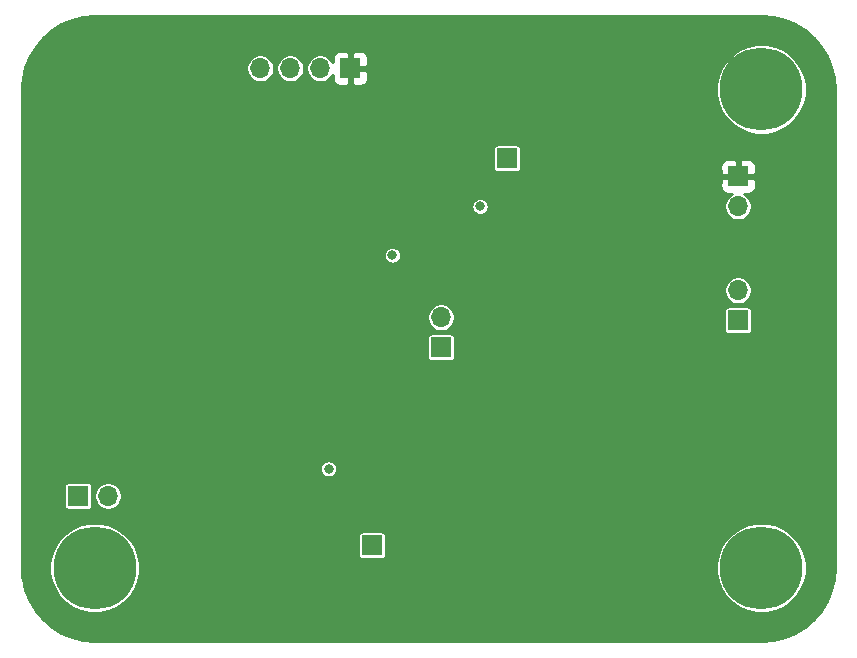
<source format=gbr>
%TF.GenerationSoftware,KiCad,Pcbnew,(5.1.9)-1*%
%TF.CreationDate,2021-07-10T10:06:25-04:00*%
%TF.ProjectId,detector_circuit_LTC6269,64657465-6374-46f7-925f-636972637569,rev?*%
%TF.SameCoordinates,Original*%
%TF.FileFunction,Copper,L2,Inr*%
%TF.FilePolarity,Positive*%
%FSLAX46Y46*%
G04 Gerber Fmt 4.6, Leading zero omitted, Abs format (unit mm)*
G04 Created by KiCad (PCBNEW (5.1.9)-1) date 2021-07-10 10:06:25*
%MOMM*%
%LPD*%
G01*
G04 APERTURE LIST*
%TA.AperFunction,ComponentPad*%
%ADD10C,7.000000*%
%TD*%
%TA.AperFunction,ComponentPad*%
%ADD11O,1.700000X1.700000*%
%TD*%
%TA.AperFunction,ComponentPad*%
%ADD12R,1.700000X1.700000*%
%TD*%
%TA.AperFunction,ViaPad*%
%ADD13C,0.800000*%
%TD*%
%TA.AperFunction,Conductor*%
%ADD14C,0.254000*%
%TD*%
%TA.AperFunction,Conductor*%
%ADD15C,0.100000*%
%TD*%
G04 APERTURE END LIST*
D10*
%TO.N,N/C*%
%TO.C,REF\u002A\u002A*%
X146621500Y-100457000D03*
%TD*%
%TO.N,N/C*%
%TO.C,REF\u002A\u002A*%
X146621500Y-140970000D03*
%TD*%
D11*
%TO.N,/SIPM_OUT*%
%TO.C,J3*%
X104203500Y-98679000D03*
%TO.N,/DET_ADC*%
X106743500Y-98679000D03*
%TO.N,/AMP_OUT*%
X109283500Y-98679000D03*
D12*
%TO.N,GND*%
X111823500Y-98679000D03*
%TD*%
D11*
%TO.N,N/C*%
%TO.C,J2*%
X144653000Y-117475000D03*
D12*
%TO.N,/SIPM_OUT*%
X144653000Y-120015000D03*
%TD*%
D11*
%TO.N,+4.7V*%
%TO.C,J1*%
X144653000Y-110363000D03*
D12*
%TO.N,GND*%
X144653000Y-107823000D03*
%TD*%
D10*
%TO.N,N/C*%
%TO.C,REF\u002A\u002A*%
X90170000Y-140970000D03*
%TD*%
D12*
%TO.N,Net-(C18-Pad2)*%
%TO.C,TP15*%
X113665000Y-139065000D03*
%TD*%
D11*
%TO.N,/AMP_OUT*%
%TO.C,JP1*%
X119507000Y-119761000D03*
D12*
%TO.N,Net-(C36-Pad1)*%
X119507000Y-122301000D03*
%TD*%
%TO.N,/DET_ADC*%
%TO.C,TP1*%
X125095000Y-106299000D03*
%TD*%
D11*
%TO.N,/Filter_IN*%
%TO.C,JP5*%
X91313000Y-134874000D03*
D12*
%TO.N,Net-(C31-Pad1)*%
X88773000Y-134874000D03*
%TD*%
D13*
%TO.N,GND*%
X124460000Y-123190000D03*
X109982000Y-140589000D03*
X100965000Y-140589000D03*
X106426000Y-130810000D03*
X117094000Y-110363000D03*
X127635000Y-123190000D03*
X118618000Y-134239000D03*
X109728000Y-122428000D03*
X112903000Y-122301000D03*
X110109000Y-115570000D03*
X113284000Y-115443000D03*
X119484500Y-115148000D03*
X115452000Y-134357000D03*
X114173000Y-100520500D03*
%TO.N,/AMP_OUT*%
X115379500Y-114490500D03*
%TO.N,+4.7V*%
X109982000Y-132588000D03*
X122809000Y-110363000D03*
%TD*%
D14*
%TO.N,GND*%
X147650585Y-94360540D02*
X148592388Y-94586647D01*
X149487239Y-94957307D01*
X150313075Y-95463379D01*
X151049583Y-96092417D01*
X151678620Y-96828925D01*
X152184694Y-97654764D01*
X152555353Y-98549612D01*
X152781460Y-99491420D01*
X152858001Y-100463963D01*
X152858000Y-140963050D01*
X152781460Y-141935580D01*
X152555353Y-142877388D01*
X152184694Y-143772236D01*
X151678620Y-144598075D01*
X151049583Y-145334583D01*
X150313075Y-145963621D01*
X149487239Y-146469693D01*
X148592388Y-146840353D01*
X147650585Y-147066460D01*
X146678051Y-147143000D01*
X90176950Y-147143000D01*
X89204420Y-147066460D01*
X88262612Y-146840353D01*
X87367764Y-146469694D01*
X86541925Y-145963620D01*
X85805417Y-145334583D01*
X85176379Y-144598075D01*
X84670307Y-143772239D01*
X84299647Y-142877388D01*
X84073540Y-141935585D01*
X84067568Y-141859704D01*
X84066059Y-140593073D01*
X86343000Y-140593073D01*
X86343000Y-141346927D01*
X86490070Y-142086295D01*
X86778557Y-142782764D01*
X87197375Y-143409570D01*
X87730430Y-143942625D01*
X88357236Y-144361443D01*
X89053705Y-144649930D01*
X89793073Y-144797000D01*
X90546927Y-144797000D01*
X91286295Y-144649930D01*
X91982764Y-144361443D01*
X92609570Y-143942625D01*
X93142625Y-143409570D01*
X93561443Y-142782764D01*
X93849930Y-142086295D01*
X93997000Y-141346927D01*
X93997000Y-140593073D01*
X142794500Y-140593073D01*
X142794500Y-141346927D01*
X142941570Y-142086295D01*
X143230057Y-142782764D01*
X143648875Y-143409570D01*
X144181930Y-143942625D01*
X144808736Y-144361443D01*
X145505205Y-144649930D01*
X146244573Y-144797000D01*
X146998427Y-144797000D01*
X147737795Y-144649930D01*
X148434264Y-144361443D01*
X149061070Y-143942625D01*
X149594125Y-143409570D01*
X150012943Y-142782764D01*
X150301430Y-142086295D01*
X150448500Y-141346927D01*
X150448500Y-140593073D01*
X150301430Y-139853705D01*
X150012943Y-139157236D01*
X149594125Y-138530430D01*
X149061070Y-137997375D01*
X148434264Y-137578557D01*
X147737795Y-137290070D01*
X146998427Y-137143000D01*
X146244573Y-137143000D01*
X145505205Y-137290070D01*
X144808736Y-137578557D01*
X144181930Y-137997375D01*
X143648875Y-138530430D01*
X143230057Y-139157236D01*
X142941570Y-139853705D01*
X142794500Y-140593073D01*
X93997000Y-140593073D01*
X93849930Y-139853705D01*
X93561443Y-139157236D01*
X93142625Y-138530430D01*
X92827195Y-138215000D01*
X112486418Y-138215000D01*
X112486418Y-139915000D01*
X112492732Y-139979103D01*
X112511430Y-140040743D01*
X112541794Y-140097550D01*
X112582657Y-140147343D01*
X112632450Y-140188206D01*
X112689257Y-140218570D01*
X112750897Y-140237268D01*
X112815000Y-140243582D01*
X114515000Y-140243582D01*
X114579103Y-140237268D01*
X114640743Y-140218570D01*
X114697550Y-140188206D01*
X114747343Y-140147343D01*
X114788206Y-140097550D01*
X114818570Y-140040743D01*
X114837268Y-139979103D01*
X114843582Y-139915000D01*
X114843582Y-138215000D01*
X114837268Y-138150897D01*
X114818570Y-138089257D01*
X114788206Y-138032450D01*
X114747343Y-137982657D01*
X114697550Y-137941794D01*
X114640743Y-137911430D01*
X114579103Y-137892732D01*
X114515000Y-137886418D01*
X112815000Y-137886418D01*
X112750897Y-137892732D01*
X112689257Y-137911430D01*
X112632450Y-137941794D01*
X112582657Y-137982657D01*
X112541794Y-138032450D01*
X112511430Y-138089257D01*
X112492732Y-138150897D01*
X112486418Y-138215000D01*
X92827195Y-138215000D01*
X92609570Y-137997375D01*
X91982764Y-137578557D01*
X91286295Y-137290070D01*
X90546927Y-137143000D01*
X89793073Y-137143000D01*
X89053705Y-137290070D01*
X88357236Y-137578557D01*
X87730430Y-137997375D01*
X87197375Y-138530430D01*
X86778557Y-139157236D01*
X86490070Y-139853705D01*
X86343000Y-140593073D01*
X84066059Y-140593073D01*
X84058230Y-134024000D01*
X87594418Y-134024000D01*
X87594418Y-135724000D01*
X87600732Y-135788103D01*
X87619430Y-135849743D01*
X87649794Y-135906550D01*
X87690657Y-135956343D01*
X87740450Y-135997206D01*
X87797257Y-136027570D01*
X87858897Y-136046268D01*
X87923000Y-136052582D01*
X89623000Y-136052582D01*
X89687103Y-136046268D01*
X89748743Y-136027570D01*
X89805550Y-135997206D01*
X89855343Y-135956343D01*
X89896206Y-135906550D01*
X89926570Y-135849743D01*
X89945268Y-135788103D01*
X89951582Y-135724000D01*
X89951582Y-134758076D01*
X90136000Y-134758076D01*
X90136000Y-134989924D01*
X90181231Y-135217318D01*
X90269956Y-135431519D01*
X90398764Y-135624294D01*
X90562706Y-135788236D01*
X90755481Y-135917044D01*
X90969682Y-136005769D01*
X91197076Y-136051000D01*
X91428924Y-136051000D01*
X91656318Y-136005769D01*
X91870519Y-135917044D01*
X92063294Y-135788236D01*
X92227236Y-135624294D01*
X92356044Y-135431519D01*
X92444769Y-135217318D01*
X92490000Y-134989924D01*
X92490000Y-134758076D01*
X92444769Y-134530682D01*
X92356044Y-134316481D01*
X92227236Y-134123706D01*
X92063294Y-133959764D01*
X91870519Y-133830956D01*
X91656318Y-133742231D01*
X91428924Y-133697000D01*
X91197076Y-133697000D01*
X90969682Y-133742231D01*
X90755481Y-133830956D01*
X90562706Y-133959764D01*
X90398764Y-134123706D01*
X90269956Y-134316481D01*
X90181231Y-134530682D01*
X90136000Y-134758076D01*
X89951582Y-134758076D01*
X89951582Y-134024000D01*
X89945268Y-133959897D01*
X89926570Y-133898257D01*
X89896206Y-133841450D01*
X89855343Y-133791657D01*
X89805550Y-133750794D01*
X89748743Y-133720430D01*
X89687103Y-133701732D01*
X89623000Y-133695418D01*
X87923000Y-133695418D01*
X87858897Y-133701732D01*
X87797257Y-133720430D01*
X87740450Y-133750794D01*
X87690657Y-133791657D01*
X87649794Y-133841450D01*
X87619430Y-133898257D01*
X87600732Y-133959897D01*
X87594418Y-134024000D01*
X84058230Y-134024000D01*
X84056433Y-132516397D01*
X109255000Y-132516397D01*
X109255000Y-132659603D01*
X109282938Y-132800058D01*
X109337741Y-132932364D01*
X109417302Y-133051436D01*
X109518564Y-133152698D01*
X109637636Y-133232259D01*
X109769942Y-133287062D01*
X109910397Y-133315000D01*
X110053603Y-133315000D01*
X110194058Y-133287062D01*
X110326364Y-133232259D01*
X110445436Y-133152698D01*
X110546698Y-133051436D01*
X110626259Y-132932364D01*
X110681062Y-132800058D01*
X110709000Y-132659603D01*
X110709000Y-132516397D01*
X110681062Y-132375942D01*
X110626259Y-132243636D01*
X110546698Y-132124564D01*
X110445436Y-132023302D01*
X110326364Y-131943741D01*
X110194058Y-131888938D01*
X110053603Y-131861000D01*
X109910397Y-131861000D01*
X109769942Y-131888938D01*
X109637636Y-131943741D01*
X109518564Y-132023302D01*
X109417302Y-132124564D01*
X109337741Y-132243636D01*
X109282938Y-132375942D01*
X109255000Y-132516397D01*
X84056433Y-132516397D01*
X84043244Y-121451000D01*
X118328418Y-121451000D01*
X118328418Y-123151000D01*
X118334732Y-123215103D01*
X118353430Y-123276743D01*
X118383794Y-123333550D01*
X118424657Y-123383343D01*
X118474450Y-123424206D01*
X118531257Y-123454570D01*
X118592897Y-123473268D01*
X118657000Y-123479582D01*
X120357000Y-123479582D01*
X120421103Y-123473268D01*
X120482743Y-123454570D01*
X120539550Y-123424206D01*
X120589343Y-123383343D01*
X120630206Y-123333550D01*
X120660570Y-123276743D01*
X120679268Y-123215103D01*
X120685582Y-123151000D01*
X120685582Y-121451000D01*
X120679268Y-121386897D01*
X120660570Y-121325257D01*
X120630206Y-121268450D01*
X120589343Y-121218657D01*
X120539550Y-121177794D01*
X120482743Y-121147430D01*
X120421103Y-121128732D01*
X120357000Y-121122418D01*
X118657000Y-121122418D01*
X118592897Y-121128732D01*
X118531257Y-121147430D01*
X118474450Y-121177794D01*
X118424657Y-121218657D01*
X118383794Y-121268450D01*
X118353430Y-121325257D01*
X118334732Y-121386897D01*
X118328418Y-121451000D01*
X84043244Y-121451000D01*
X84041092Y-119645076D01*
X118330000Y-119645076D01*
X118330000Y-119876924D01*
X118375231Y-120104318D01*
X118463956Y-120318519D01*
X118592764Y-120511294D01*
X118756706Y-120675236D01*
X118949481Y-120804044D01*
X119163682Y-120892769D01*
X119391076Y-120938000D01*
X119622924Y-120938000D01*
X119850318Y-120892769D01*
X120064519Y-120804044D01*
X120257294Y-120675236D01*
X120421236Y-120511294D01*
X120550044Y-120318519D01*
X120638769Y-120104318D01*
X120684000Y-119876924D01*
X120684000Y-119645076D01*
X120638769Y-119417682D01*
X120550044Y-119203481D01*
X120524332Y-119165000D01*
X143474418Y-119165000D01*
X143474418Y-120865000D01*
X143480732Y-120929103D01*
X143499430Y-120990743D01*
X143529794Y-121047550D01*
X143570657Y-121097343D01*
X143620450Y-121138206D01*
X143677257Y-121168570D01*
X143738897Y-121187268D01*
X143803000Y-121193582D01*
X145503000Y-121193582D01*
X145567103Y-121187268D01*
X145628743Y-121168570D01*
X145685550Y-121138206D01*
X145735343Y-121097343D01*
X145776206Y-121047550D01*
X145806570Y-120990743D01*
X145825268Y-120929103D01*
X145831582Y-120865000D01*
X145831582Y-119165000D01*
X145825268Y-119100897D01*
X145806570Y-119039257D01*
X145776206Y-118982450D01*
X145735343Y-118932657D01*
X145685550Y-118891794D01*
X145628743Y-118861430D01*
X145567103Y-118842732D01*
X145503000Y-118836418D01*
X143803000Y-118836418D01*
X143738897Y-118842732D01*
X143677257Y-118861430D01*
X143620450Y-118891794D01*
X143570657Y-118932657D01*
X143529794Y-118982450D01*
X143499430Y-119039257D01*
X143480732Y-119100897D01*
X143474418Y-119165000D01*
X120524332Y-119165000D01*
X120421236Y-119010706D01*
X120257294Y-118846764D01*
X120064519Y-118717956D01*
X119850318Y-118629231D01*
X119622924Y-118584000D01*
X119391076Y-118584000D01*
X119163682Y-118629231D01*
X118949481Y-118717956D01*
X118756706Y-118846764D01*
X118592764Y-119010706D01*
X118463956Y-119203481D01*
X118375231Y-119417682D01*
X118330000Y-119645076D01*
X84041092Y-119645076D01*
X84038367Y-117359076D01*
X143476000Y-117359076D01*
X143476000Y-117590924D01*
X143521231Y-117818318D01*
X143609956Y-118032519D01*
X143738764Y-118225294D01*
X143902706Y-118389236D01*
X144095481Y-118518044D01*
X144309682Y-118606769D01*
X144537076Y-118652000D01*
X144768924Y-118652000D01*
X144996318Y-118606769D01*
X145210519Y-118518044D01*
X145403294Y-118389236D01*
X145567236Y-118225294D01*
X145696044Y-118032519D01*
X145784769Y-117818318D01*
X145830000Y-117590924D01*
X145830000Y-117359076D01*
X145784769Y-117131682D01*
X145696044Y-116917481D01*
X145567236Y-116724706D01*
X145403294Y-116560764D01*
X145210519Y-116431956D01*
X144996318Y-116343231D01*
X144768924Y-116298000D01*
X144537076Y-116298000D01*
X144309682Y-116343231D01*
X144095481Y-116431956D01*
X143902706Y-116560764D01*
X143738764Y-116724706D01*
X143609956Y-116917481D01*
X143521231Y-117131682D01*
X143476000Y-117359076D01*
X84038367Y-117359076D01*
X84034862Y-114418897D01*
X114652500Y-114418897D01*
X114652500Y-114562103D01*
X114680438Y-114702558D01*
X114735241Y-114834864D01*
X114814802Y-114953936D01*
X114916064Y-115055198D01*
X115035136Y-115134759D01*
X115167442Y-115189562D01*
X115307897Y-115217500D01*
X115451103Y-115217500D01*
X115591558Y-115189562D01*
X115723864Y-115134759D01*
X115842936Y-115055198D01*
X115944198Y-114953936D01*
X116023759Y-114834864D01*
X116078562Y-114702558D01*
X116106500Y-114562103D01*
X116106500Y-114418897D01*
X116078562Y-114278442D01*
X116023759Y-114146136D01*
X115944198Y-114027064D01*
X115842936Y-113925802D01*
X115723864Y-113846241D01*
X115591558Y-113791438D01*
X115451103Y-113763500D01*
X115307897Y-113763500D01*
X115167442Y-113791438D01*
X115035136Y-113846241D01*
X114916064Y-113925802D01*
X114814802Y-114027064D01*
X114735241Y-114146136D01*
X114680438Y-114278442D01*
X114652500Y-114418897D01*
X84034862Y-114418897D01*
X84029943Y-110291397D01*
X122082000Y-110291397D01*
X122082000Y-110434603D01*
X122109938Y-110575058D01*
X122164741Y-110707364D01*
X122244302Y-110826436D01*
X122345564Y-110927698D01*
X122464636Y-111007259D01*
X122596942Y-111062062D01*
X122737397Y-111090000D01*
X122880603Y-111090000D01*
X123021058Y-111062062D01*
X123153364Y-111007259D01*
X123272436Y-110927698D01*
X123373698Y-110826436D01*
X123453259Y-110707364D01*
X123508062Y-110575058D01*
X123536000Y-110434603D01*
X123536000Y-110291397D01*
X123508062Y-110150942D01*
X123453259Y-110018636D01*
X123373698Y-109899564D01*
X123272436Y-109798302D01*
X123153364Y-109718741D01*
X123021058Y-109663938D01*
X122880603Y-109636000D01*
X122737397Y-109636000D01*
X122596942Y-109663938D01*
X122464636Y-109718741D01*
X122345564Y-109798302D01*
X122244302Y-109899564D01*
X122164741Y-110018636D01*
X122109938Y-110150942D01*
X122082000Y-110291397D01*
X84029943Y-110291397D01*
X84028014Y-108673000D01*
X143164928Y-108673000D01*
X143177188Y-108797482D01*
X143213498Y-108917180D01*
X143272463Y-109027494D01*
X143351815Y-109124185D01*
X143448506Y-109203537D01*
X143558820Y-109262502D01*
X143678518Y-109298812D01*
X143803000Y-109311072D01*
X144121110Y-109309340D01*
X144095481Y-109319956D01*
X143902706Y-109448764D01*
X143738764Y-109612706D01*
X143609956Y-109805481D01*
X143521231Y-110019682D01*
X143476000Y-110247076D01*
X143476000Y-110478924D01*
X143521231Y-110706318D01*
X143609956Y-110920519D01*
X143738764Y-111113294D01*
X143902706Y-111277236D01*
X144095481Y-111406044D01*
X144309682Y-111494769D01*
X144537076Y-111540000D01*
X144768924Y-111540000D01*
X144996318Y-111494769D01*
X145210519Y-111406044D01*
X145403294Y-111277236D01*
X145567236Y-111113294D01*
X145696044Y-110920519D01*
X145784769Y-110706318D01*
X145830000Y-110478924D01*
X145830000Y-110247076D01*
X145784769Y-110019682D01*
X145696044Y-109805481D01*
X145567236Y-109612706D01*
X145403294Y-109448764D01*
X145210519Y-109319956D01*
X145184890Y-109309340D01*
X145503000Y-109311072D01*
X145627482Y-109298812D01*
X145747180Y-109262502D01*
X145857494Y-109203537D01*
X145954185Y-109124185D01*
X146033537Y-109027494D01*
X146092502Y-108917180D01*
X146128812Y-108797482D01*
X146141072Y-108673000D01*
X146138000Y-108108750D01*
X145979250Y-107950000D01*
X144780000Y-107950000D01*
X144780000Y-107970000D01*
X144526000Y-107970000D01*
X144526000Y-107950000D01*
X143326750Y-107950000D01*
X143168000Y-108108750D01*
X143164928Y-108673000D01*
X84028014Y-108673000D01*
X84024171Y-105449000D01*
X123916418Y-105449000D01*
X123916418Y-107149000D01*
X123922732Y-107213103D01*
X123941430Y-107274743D01*
X123971794Y-107331550D01*
X124012657Y-107381343D01*
X124062450Y-107422206D01*
X124119257Y-107452570D01*
X124180897Y-107471268D01*
X124245000Y-107477582D01*
X125945000Y-107477582D01*
X126009103Y-107471268D01*
X126070743Y-107452570D01*
X126127550Y-107422206D01*
X126177343Y-107381343D01*
X126218206Y-107331550D01*
X126248570Y-107274743D01*
X126267268Y-107213103D01*
X126273582Y-107149000D01*
X126273582Y-106973000D01*
X143164928Y-106973000D01*
X143168000Y-107537250D01*
X143326750Y-107696000D01*
X144526000Y-107696000D01*
X144526000Y-106496750D01*
X144780000Y-106496750D01*
X144780000Y-107696000D01*
X145979250Y-107696000D01*
X146138000Y-107537250D01*
X146141072Y-106973000D01*
X146128812Y-106848518D01*
X146092502Y-106728820D01*
X146033537Y-106618506D01*
X145954185Y-106521815D01*
X145857494Y-106442463D01*
X145747180Y-106383498D01*
X145627482Y-106347188D01*
X145503000Y-106334928D01*
X144938750Y-106338000D01*
X144780000Y-106496750D01*
X144526000Y-106496750D01*
X144367250Y-106338000D01*
X143803000Y-106334928D01*
X143678518Y-106347188D01*
X143558820Y-106383498D01*
X143448506Y-106442463D01*
X143351815Y-106521815D01*
X143272463Y-106618506D01*
X143213498Y-106728820D01*
X143177188Y-106848518D01*
X143164928Y-106973000D01*
X126273582Y-106973000D01*
X126273582Y-105449000D01*
X126267268Y-105384897D01*
X126248570Y-105323257D01*
X126218206Y-105266450D01*
X126177343Y-105216657D01*
X126127550Y-105175794D01*
X126070743Y-105145430D01*
X126009103Y-105126732D01*
X125945000Y-105120418D01*
X124245000Y-105120418D01*
X124180897Y-105126732D01*
X124119257Y-105145430D01*
X124062450Y-105175794D01*
X124012657Y-105216657D01*
X123971794Y-105266450D01*
X123941430Y-105323257D01*
X123922732Y-105384897D01*
X123916418Y-105449000D01*
X84024171Y-105449000D01*
X84017911Y-100198248D01*
X84073540Y-99491415D01*
X84296414Y-98563076D01*
X103026500Y-98563076D01*
X103026500Y-98794924D01*
X103071731Y-99022318D01*
X103160456Y-99236519D01*
X103289264Y-99429294D01*
X103453206Y-99593236D01*
X103645981Y-99722044D01*
X103860182Y-99810769D01*
X104087576Y-99856000D01*
X104319424Y-99856000D01*
X104546818Y-99810769D01*
X104761019Y-99722044D01*
X104953794Y-99593236D01*
X105117736Y-99429294D01*
X105246544Y-99236519D01*
X105335269Y-99022318D01*
X105380500Y-98794924D01*
X105380500Y-98563076D01*
X105566500Y-98563076D01*
X105566500Y-98794924D01*
X105611731Y-99022318D01*
X105700456Y-99236519D01*
X105829264Y-99429294D01*
X105993206Y-99593236D01*
X106185981Y-99722044D01*
X106400182Y-99810769D01*
X106627576Y-99856000D01*
X106859424Y-99856000D01*
X107086818Y-99810769D01*
X107301019Y-99722044D01*
X107493794Y-99593236D01*
X107657736Y-99429294D01*
X107786544Y-99236519D01*
X107875269Y-99022318D01*
X107920500Y-98794924D01*
X107920500Y-98563076D01*
X108106500Y-98563076D01*
X108106500Y-98794924D01*
X108151731Y-99022318D01*
X108240456Y-99236519D01*
X108369264Y-99429294D01*
X108533206Y-99593236D01*
X108725981Y-99722044D01*
X108940182Y-99810769D01*
X109167576Y-99856000D01*
X109399424Y-99856000D01*
X109626818Y-99810769D01*
X109841019Y-99722044D01*
X110033794Y-99593236D01*
X110197736Y-99429294D01*
X110326544Y-99236519D01*
X110337160Y-99210890D01*
X110335428Y-99529000D01*
X110347688Y-99653482D01*
X110383998Y-99773180D01*
X110442963Y-99883494D01*
X110522315Y-99980185D01*
X110619006Y-100059537D01*
X110729320Y-100118502D01*
X110849018Y-100154812D01*
X110973500Y-100167072D01*
X111537750Y-100164000D01*
X111696500Y-100005250D01*
X111696500Y-98806000D01*
X111950500Y-98806000D01*
X111950500Y-100005250D01*
X112109250Y-100164000D01*
X112673500Y-100167072D01*
X112797982Y-100154812D01*
X112917680Y-100118502D01*
X112989574Y-100080073D01*
X142794500Y-100080073D01*
X142794500Y-100833927D01*
X142941570Y-101573295D01*
X143230057Y-102269764D01*
X143648875Y-102896570D01*
X144181930Y-103429625D01*
X144808736Y-103848443D01*
X145505205Y-104136930D01*
X146244573Y-104284000D01*
X146998427Y-104284000D01*
X147737795Y-104136930D01*
X148434264Y-103848443D01*
X149061070Y-103429625D01*
X149594125Y-102896570D01*
X150012943Y-102269764D01*
X150301430Y-101573295D01*
X150448500Y-100833927D01*
X150448500Y-100080073D01*
X150301430Y-99340705D01*
X150012943Y-98644236D01*
X149594125Y-98017430D01*
X149061070Y-97484375D01*
X148434264Y-97065557D01*
X147737795Y-96777070D01*
X146998427Y-96630000D01*
X146244573Y-96630000D01*
X145505205Y-96777070D01*
X144808736Y-97065557D01*
X144181930Y-97484375D01*
X143648875Y-98017430D01*
X143230057Y-98644236D01*
X142941570Y-99340705D01*
X142794500Y-100080073D01*
X112989574Y-100080073D01*
X113027994Y-100059537D01*
X113124685Y-99980185D01*
X113204037Y-99883494D01*
X113263002Y-99773180D01*
X113299312Y-99653482D01*
X113311572Y-99529000D01*
X113308500Y-98964750D01*
X113149750Y-98806000D01*
X111950500Y-98806000D01*
X111696500Y-98806000D01*
X111676500Y-98806000D01*
X111676500Y-98552000D01*
X111696500Y-98552000D01*
X111696500Y-97352750D01*
X111950500Y-97352750D01*
X111950500Y-98552000D01*
X113149750Y-98552000D01*
X113308500Y-98393250D01*
X113311572Y-97829000D01*
X113299312Y-97704518D01*
X113263002Y-97584820D01*
X113204037Y-97474506D01*
X113124685Y-97377815D01*
X113027994Y-97298463D01*
X112917680Y-97239498D01*
X112797982Y-97203188D01*
X112673500Y-97190928D01*
X112109250Y-97194000D01*
X111950500Y-97352750D01*
X111696500Y-97352750D01*
X111537750Y-97194000D01*
X110973500Y-97190928D01*
X110849018Y-97203188D01*
X110729320Y-97239498D01*
X110619006Y-97298463D01*
X110522315Y-97377815D01*
X110442963Y-97474506D01*
X110383998Y-97584820D01*
X110347688Y-97704518D01*
X110335428Y-97829000D01*
X110337160Y-98147110D01*
X110326544Y-98121481D01*
X110197736Y-97928706D01*
X110033794Y-97764764D01*
X109841019Y-97635956D01*
X109626818Y-97547231D01*
X109399424Y-97502000D01*
X109167576Y-97502000D01*
X108940182Y-97547231D01*
X108725981Y-97635956D01*
X108533206Y-97764764D01*
X108369264Y-97928706D01*
X108240456Y-98121481D01*
X108151731Y-98335682D01*
X108106500Y-98563076D01*
X107920500Y-98563076D01*
X107875269Y-98335682D01*
X107786544Y-98121481D01*
X107657736Y-97928706D01*
X107493794Y-97764764D01*
X107301019Y-97635956D01*
X107086818Y-97547231D01*
X106859424Y-97502000D01*
X106627576Y-97502000D01*
X106400182Y-97547231D01*
X106185981Y-97635956D01*
X105993206Y-97764764D01*
X105829264Y-97928706D01*
X105700456Y-98121481D01*
X105611731Y-98335682D01*
X105566500Y-98563076D01*
X105380500Y-98563076D01*
X105335269Y-98335682D01*
X105246544Y-98121481D01*
X105117736Y-97928706D01*
X104953794Y-97764764D01*
X104761019Y-97635956D01*
X104546818Y-97547231D01*
X104319424Y-97502000D01*
X104087576Y-97502000D01*
X103860182Y-97547231D01*
X103645981Y-97635956D01*
X103453206Y-97764764D01*
X103289264Y-97928706D01*
X103160456Y-98121481D01*
X103071731Y-98335682D01*
X103026500Y-98563076D01*
X84296414Y-98563076D01*
X84299647Y-98549612D01*
X84670307Y-97654761D01*
X85176379Y-96828925D01*
X85805417Y-96092417D01*
X86541925Y-95463380D01*
X87367764Y-94957306D01*
X88262612Y-94586647D01*
X89204420Y-94360540D01*
X90176950Y-94284000D01*
X146678051Y-94284000D01*
X147650585Y-94360540D01*
%TA.AperFunction,Conductor*%
D15*
G36*
X147650585Y-94360540D02*
G01*
X148592388Y-94586647D01*
X149487239Y-94957307D01*
X150313075Y-95463379D01*
X151049583Y-96092417D01*
X151678620Y-96828925D01*
X152184694Y-97654764D01*
X152555353Y-98549612D01*
X152781460Y-99491420D01*
X152858001Y-100463963D01*
X152858000Y-140963050D01*
X152781460Y-141935580D01*
X152555353Y-142877388D01*
X152184694Y-143772236D01*
X151678620Y-144598075D01*
X151049583Y-145334583D01*
X150313075Y-145963621D01*
X149487239Y-146469693D01*
X148592388Y-146840353D01*
X147650585Y-147066460D01*
X146678051Y-147143000D01*
X90176950Y-147143000D01*
X89204420Y-147066460D01*
X88262612Y-146840353D01*
X87367764Y-146469694D01*
X86541925Y-145963620D01*
X85805417Y-145334583D01*
X85176379Y-144598075D01*
X84670307Y-143772239D01*
X84299647Y-142877388D01*
X84073540Y-141935585D01*
X84067568Y-141859704D01*
X84066059Y-140593073D01*
X86343000Y-140593073D01*
X86343000Y-141346927D01*
X86490070Y-142086295D01*
X86778557Y-142782764D01*
X87197375Y-143409570D01*
X87730430Y-143942625D01*
X88357236Y-144361443D01*
X89053705Y-144649930D01*
X89793073Y-144797000D01*
X90546927Y-144797000D01*
X91286295Y-144649930D01*
X91982764Y-144361443D01*
X92609570Y-143942625D01*
X93142625Y-143409570D01*
X93561443Y-142782764D01*
X93849930Y-142086295D01*
X93997000Y-141346927D01*
X93997000Y-140593073D01*
X142794500Y-140593073D01*
X142794500Y-141346927D01*
X142941570Y-142086295D01*
X143230057Y-142782764D01*
X143648875Y-143409570D01*
X144181930Y-143942625D01*
X144808736Y-144361443D01*
X145505205Y-144649930D01*
X146244573Y-144797000D01*
X146998427Y-144797000D01*
X147737795Y-144649930D01*
X148434264Y-144361443D01*
X149061070Y-143942625D01*
X149594125Y-143409570D01*
X150012943Y-142782764D01*
X150301430Y-142086295D01*
X150448500Y-141346927D01*
X150448500Y-140593073D01*
X150301430Y-139853705D01*
X150012943Y-139157236D01*
X149594125Y-138530430D01*
X149061070Y-137997375D01*
X148434264Y-137578557D01*
X147737795Y-137290070D01*
X146998427Y-137143000D01*
X146244573Y-137143000D01*
X145505205Y-137290070D01*
X144808736Y-137578557D01*
X144181930Y-137997375D01*
X143648875Y-138530430D01*
X143230057Y-139157236D01*
X142941570Y-139853705D01*
X142794500Y-140593073D01*
X93997000Y-140593073D01*
X93849930Y-139853705D01*
X93561443Y-139157236D01*
X93142625Y-138530430D01*
X92827195Y-138215000D01*
X112486418Y-138215000D01*
X112486418Y-139915000D01*
X112492732Y-139979103D01*
X112511430Y-140040743D01*
X112541794Y-140097550D01*
X112582657Y-140147343D01*
X112632450Y-140188206D01*
X112689257Y-140218570D01*
X112750897Y-140237268D01*
X112815000Y-140243582D01*
X114515000Y-140243582D01*
X114579103Y-140237268D01*
X114640743Y-140218570D01*
X114697550Y-140188206D01*
X114747343Y-140147343D01*
X114788206Y-140097550D01*
X114818570Y-140040743D01*
X114837268Y-139979103D01*
X114843582Y-139915000D01*
X114843582Y-138215000D01*
X114837268Y-138150897D01*
X114818570Y-138089257D01*
X114788206Y-138032450D01*
X114747343Y-137982657D01*
X114697550Y-137941794D01*
X114640743Y-137911430D01*
X114579103Y-137892732D01*
X114515000Y-137886418D01*
X112815000Y-137886418D01*
X112750897Y-137892732D01*
X112689257Y-137911430D01*
X112632450Y-137941794D01*
X112582657Y-137982657D01*
X112541794Y-138032450D01*
X112511430Y-138089257D01*
X112492732Y-138150897D01*
X112486418Y-138215000D01*
X92827195Y-138215000D01*
X92609570Y-137997375D01*
X91982764Y-137578557D01*
X91286295Y-137290070D01*
X90546927Y-137143000D01*
X89793073Y-137143000D01*
X89053705Y-137290070D01*
X88357236Y-137578557D01*
X87730430Y-137997375D01*
X87197375Y-138530430D01*
X86778557Y-139157236D01*
X86490070Y-139853705D01*
X86343000Y-140593073D01*
X84066059Y-140593073D01*
X84058230Y-134024000D01*
X87594418Y-134024000D01*
X87594418Y-135724000D01*
X87600732Y-135788103D01*
X87619430Y-135849743D01*
X87649794Y-135906550D01*
X87690657Y-135956343D01*
X87740450Y-135997206D01*
X87797257Y-136027570D01*
X87858897Y-136046268D01*
X87923000Y-136052582D01*
X89623000Y-136052582D01*
X89687103Y-136046268D01*
X89748743Y-136027570D01*
X89805550Y-135997206D01*
X89855343Y-135956343D01*
X89896206Y-135906550D01*
X89926570Y-135849743D01*
X89945268Y-135788103D01*
X89951582Y-135724000D01*
X89951582Y-134758076D01*
X90136000Y-134758076D01*
X90136000Y-134989924D01*
X90181231Y-135217318D01*
X90269956Y-135431519D01*
X90398764Y-135624294D01*
X90562706Y-135788236D01*
X90755481Y-135917044D01*
X90969682Y-136005769D01*
X91197076Y-136051000D01*
X91428924Y-136051000D01*
X91656318Y-136005769D01*
X91870519Y-135917044D01*
X92063294Y-135788236D01*
X92227236Y-135624294D01*
X92356044Y-135431519D01*
X92444769Y-135217318D01*
X92490000Y-134989924D01*
X92490000Y-134758076D01*
X92444769Y-134530682D01*
X92356044Y-134316481D01*
X92227236Y-134123706D01*
X92063294Y-133959764D01*
X91870519Y-133830956D01*
X91656318Y-133742231D01*
X91428924Y-133697000D01*
X91197076Y-133697000D01*
X90969682Y-133742231D01*
X90755481Y-133830956D01*
X90562706Y-133959764D01*
X90398764Y-134123706D01*
X90269956Y-134316481D01*
X90181231Y-134530682D01*
X90136000Y-134758076D01*
X89951582Y-134758076D01*
X89951582Y-134024000D01*
X89945268Y-133959897D01*
X89926570Y-133898257D01*
X89896206Y-133841450D01*
X89855343Y-133791657D01*
X89805550Y-133750794D01*
X89748743Y-133720430D01*
X89687103Y-133701732D01*
X89623000Y-133695418D01*
X87923000Y-133695418D01*
X87858897Y-133701732D01*
X87797257Y-133720430D01*
X87740450Y-133750794D01*
X87690657Y-133791657D01*
X87649794Y-133841450D01*
X87619430Y-133898257D01*
X87600732Y-133959897D01*
X87594418Y-134024000D01*
X84058230Y-134024000D01*
X84056433Y-132516397D01*
X109255000Y-132516397D01*
X109255000Y-132659603D01*
X109282938Y-132800058D01*
X109337741Y-132932364D01*
X109417302Y-133051436D01*
X109518564Y-133152698D01*
X109637636Y-133232259D01*
X109769942Y-133287062D01*
X109910397Y-133315000D01*
X110053603Y-133315000D01*
X110194058Y-133287062D01*
X110326364Y-133232259D01*
X110445436Y-133152698D01*
X110546698Y-133051436D01*
X110626259Y-132932364D01*
X110681062Y-132800058D01*
X110709000Y-132659603D01*
X110709000Y-132516397D01*
X110681062Y-132375942D01*
X110626259Y-132243636D01*
X110546698Y-132124564D01*
X110445436Y-132023302D01*
X110326364Y-131943741D01*
X110194058Y-131888938D01*
X110053603Y-131861000D01*
X109910397Y-131861000D01*
X109769942Y-131888938D01*
X109637636Y-131943741D01*
X109518564Y-132023302D01*
X109417302Y-132124564D01*
X109337741Y-132243636D01*
X109282938Y-132375942D01*
X109255000Y-132516397D01*
X84056433Y-132516397D01*
X84043244Y-121451000D01*
X118328418Y-121451000D01*
X118328418Y-123151000D01*
X118334732Y-123215103D01*
X118353430Y-123276743D01*
X118383794Y-123333550D01*
X118424657Y-123383343D01*
X118474450Y-123424206D01*
X118531257Y-123454570D01*
X118592897Y-123473268D01*
X118657000Y-123479582D01*
X120357000Y-123479582D01*
X120421103Y-123473268D01*
X120482743Y-123454570D01*
X120539550Y-123424206D01*
X120589343Y-123383343D01*
X120630206Y-123333550D01*
X120660570Y-123276743D01*
X120679268Y-123215103D01*
X120685582Y-123151000D01*
X120685582Y-121451000D01*
X120679268Y-121386897D01*
X120660570Y-121325257D01*
X120630206Y-121268450D01*
X120589343Y-121218657D01*
X120539550Y-121177794D01*
X120482743Y-121147430D01*
X120421103Y-121128732D01*
X120357000Y-121122418D01*
X118657000Y-121122418D01*
X118592897Y-121128732D01*
X118531257Y-121147430D01*
X118474450Y-121177794D01*
X118424657Y-121218657D01*
X118383794Y-121268450D01*
X118353430Y-121325257D01*
X118334732Y-121386897D01*
X118328418Y-121451000D01*
X84043244Y-121451000D01*
X84041092Y-119645076D01*
X118330000Y-119645076D01*
X118330000Y-119876924D01*
X118375231Y-120104318D01*
X118463956Y-120318519D01*
X118592764Y-120511294D01*
X118756706Y-120675236D01*
X118949481Y-120804044D01*
X119163682Y-120892769D01*
X119391076Y-120938000D01*
X119622924Y-120938000D01*
X119850318Y-120892769D01*
X120064519Y-120804044D01*
X120257294Y-120675236D01*
X120421236Y-120511294D01*
X120550044Y-120318519D01*
X120638769Y-120104318D01*
X120684000Y-119876924D01*
X120684000Y-119645076D01*
X120638769Y-119417682D01*
X120550044Y-119203481D01*
X120524332Y-119165000D01*
X143474418Y-119165000D01*
X143474418Y-120865000D01*
X143480732Y-120929103D01*
X143499430Y-120990743D01*
X143529794Y-121047550D01*
X143570657Y-121097343D01*
X143620450Y-121138206D01*
X143677257Y-121168570D01*
X143738897Y-121187268D01*
X143803000Y-121193582D01*
X145503000Y-121193582D01*
X145567103Y-121187268D01*
X145628743Y-121168570D01*
X145685550Y-121138206D01*
X145735343Y-121097343D01*
X145776206Y-121047550D01*
X145806570Y-120990743D01*
X145825268Y-120929103D01*
X145831582Y-120865000D01*
X145831582Y-119165000D01*
X145825268Y-119100897D01*
X145806570Y-119039257D01*
X145776206Y-118982450D01*
X145735343Y-118932657D01*
X145685550Y-118891794D01*
X145628743Y-118861430D01*
X145567103Y-118842732D01*
X145503000Y-118836418D01*
X143803000Y-118836418D01*
X143738897Y-118842732D01*
X143677257Y-118861430D01*
X143620450Y-118891794D01*
X143570657Y-118932657D01*
X143529794Y-118982450D01*
X143499430Y-119039257D01*
X143480732Y-119100897D01*
X143474418Y-119165000D01*
X120524332Y-119165000D01*
X120421236Y-119010706D01*
X120257294Y-118846764D01*
X120064519Y-118717956D01*
X119850318Y-118629231D01*
X119622924Y-118584000D01*
X119391076Y-118584000D01*
X119163682Y-118629231D01*
X118949481Y-118717956D01*
X118756706Y-118846764D01*
X118592764Y-119010706D01*
X118463956Y-119203481D01*
X118375231Y-119417682D01*
X118330000Y-119645076D01*
X84041092Y-119645076D01*
X84038367Y-117359076D01*
X143476000Y-117359076D01*
X143476000Y-117590924D01*
X143521231Y-117818318D01*
X143609956Y-118032519D01*
X143738764Y-118225294D01*
X143902706Y-118389236D01*
X144095481Y-118518044D01*
X144309682Y-118606769D01*
X144537076Y-118652000D01*
X144768924Y-118652000D01*
X144996318Y-118606769D01*
X145210519Y-118518044D01*
X145403294Y-118389236D01*
X145567236Y-118225294D01*
X145696044Y-118032519D01*
X145784769Y-117818318D01*
X145830000Y-117590924D01*
X145830000Y-117359076D01*
X145784769Y-117131682D01*
X145696044Y-116917481D01*
X145567236Y-116724706D01*
X145403294Y-116560764D01*
X145210519Y-116431956D01*
X144996318Y-116343231D01*
X144768924Y-116298000D01*
X144537076Y-116298000D01*
X144309682Y-116343231D01*
X144095481Y-116431956D01*
X143902706Y-116560764D01*
X143738764Y-116724706D01*
X143609956Y-116917481D01*
X143521231Y-117131682D01*
X143476000Y-117359076D01*
X84038367Y-117359076D01*
X84034862Y-114418897D01*
X114652500Y-114418897D01*
X114652500Y-114562103D01*
X114680438Y-114702558D01*
X114735241Y-114834864D01*
X114814802Y-114953936D01*
X114916064Y-115055198D01*
X115035136Y-115134759D01*
X115167442Y-115189562D01*
X115307897Y-115217500D01*
X115451103Y-115217500D01*
X115591558Y-115189562D01*
X115723864Y-115134759D01*
X115842936Y-115055198D01*
X115944198Y-114953936D01*
X116023759Y-114834864D01*
X116078562Y-114702558D01*
X116106500Y-114562103D01*
X116106500Y-114418897D01*
X116078562Y-114278442D01*
X116023759Y-114146136D01*
X115944198Y-114027064D01*
X115842936Y-113925802D01*
X115723864Y-113846241D01*
X115591558Y-113791438D01*
X115451103Y-113763500D01*
X115307897Y-113763500D01*
X115167442Y-113791438D01*
X115035136Y-113846241D01*
X114916064Y-113925802D01*
X114814802Y-114027064D01*
X114735241Y-114146136D01*
X114680438Y-114278442D01*
X114652500Y-114418897D01*
X84034862Y-114418897D01*
X84029943Y-110291397D01*
X122082000Y-110291397D01*
X122082000Y-110434603D01*
X122109938Y-110575058D01*
X122164741Y-110707364D01*
X122244302Y-110826436D01*
X122345564Y-110927698D01*
X122464636Y-111007259D01*
X122596942Y-111062062D01*
X122737397Y-111090000D01*
X122880603Y-111090000D01*
X123021058Y-111062062D01*
X123153364Y-111007259D01*
X123272436Y-110927698D01*
X123373698Y-110826436D01*
X123453259Y-110707364D01*
X123508062Y-110575058D01*
X123536000Y-110434603D01*
X123536000Y-110291397D01*
X123508062Y-110150942D01*
X123453259Y-110018636D01*
X123373698Y-109899564D01*
X123272436Y-109798302D01*
X123153364Y-109718741D01*
X123021058Y-109663938D01*
X122880603Y-109636000D01*
X122737397Y-109636000D01*
X122596942Y-109663938D01*
X122464636Y-109718741D01*
X122345564Y-109798302D01*
X122244302Y-109899564D01*
X122164741Y-110018636D01*
X122109938Y-110150942D01*
X122082000Y-110291397D01*
X84029943Y-110291397D01*
X84028014Y-108673000D01*
X143164928Y-108673000D01*
X143177188Y-108797482D01*
X143213498Y-108917180D01*
X143272463Y-109027494D01*
X143351815Y-109124185D01*
X143448506Y-109203537D01*
X143558820Y-109262502D01*
X143678518Y-109298812D01*
X143803000Y-109311072D01*
X144121110Y-109309340D01*
X144095481Y-109319956D01*
X143902706Y-109448764D01*
X143738764Y-109612706D01*
X143609956Y-109805481D01*
X143521231Y-110019682D01*
X143476000Y-110247076D01*
X143476000Y-110478924D01*
X143521231Y-110706318D01*
X143609956Y-110920519D01*
X143738764Y-111113294D01*
X143902706Y-111277236D01*
X144095481Y-111406044D01*
X144309682Y-111494769D01*
X144537076Y-111540000D01*
X144768924Y-111540000D01*
X144996318Y-111494769D01*
X145210519Y-111406044D01*
X145403294Y-111277236D01*
X145567236Y-111113294D01*
X145696044Y-110920519D01*
X145784769Y-110706318D01*
X145830000Y-110478924D01*
X145830000Y-110247076D01*
X145784769Y-110019682D01*
X145696044Y-109805481D01*
X145567236Y-109612706D01*
X145403294Y-109448764D01*
X145210519Y-109319956D01*
X145184890Y-109309340D01*
X145503000Y-109311072D01*
X145627482Y-109298812D01*
X145747180Y-109262502D01*
X145857494Y-109203537D01*
X145954185Y-109124185D01*
X146033537Y-109027494D01*
X146092502Y-108917180D01*
X146128812Y-108797482D01*
X146141072Y-108673000D01*
X146138000Y-108108750D01*
X145979250Y-107950000D01*
X144780000Y-107950000D01*
X144780000Y-107970000D01*
X144526000Y-107970000D01*
X144526000Y-107950000D01*
X143326750Y-107950000D01*
X143168000Y-108108750D01*
X143164928Y-108673000D01*
X84028014Y-108673000D01*
X84024171Y-105449000D01*
X123916418Y-105449000D01*
X123916418Y-107149000D01*
X123922732Y-107213103D01*
X123941430Y-107274743D01*
X123971794Y-107331550D01*
X124012657Y-107381343D01*
X124062450Y-107422206D01*
X124119257Y-107452570D01*
X124180897Y-107471268D01*
X124245000Y-107477582D01*
X125945000Y-107477582D01*
X126009103Y-107471268D01*
X126070743Y-107452570D01*
X126127550Y-107422206D01*
X126177343Y-107381343D01*
X126218206Y-107331550D01*
X126248570Y-107274743D01*
X126267268Y-107213103D01*
X126273582Y-107149000D01*
X126273582Y-106973000D01*
X143164928Y-106973000D01*
X143168000Y-107537250D01*
X143326750Y-107696000D01*
X144526000Y-107696000D01*
X144526000Y-106496750D01*
X144780000Y-106496750D01*
X144780000Y-107696000D01*
X145979250Y-107696000D01*
X146138000Y-107537250D01*
X146141072Y-106973000D01*
X146128812Y-106848518D01*
X146092502Y-106728820D01*
X146033537Y-106618506D01*
X145954185Y-106521815D01*
X145857494Y-106442463D01*
X145747180Y-106383498D01*
X145627482Y-106347188D01*
X145503000Y-106334928D01*
X144938750Y-106338000D01*
X144780000Y-106496750D01*
X144526000Y-106496750D01*
X144367250Y-106338000D01*
X143803000Y-106334928D01*
X143678518Y-106347188D01*
X143558820Y-106383498D01*
X143448506Y-106442463D01*
X143351815Y-106521815D01*
X143272463Y-106618506D01*
X143213498Y-106728820D01*
X143177188Y-106848518D01*
X143164928Y-106973000D01*
X126273582Y-106973000D01*
X126273582Y-105449000D01*
X126267268Y-105384897D01*
X126248570Y-105323257D01*
X126218206Y-105266450D01*
X126177343Y-105216657D01*
X126127550Y-105175794D01*
X126070743Y-105145430D01*
X126009103Y-105126732D01*
X125945000Y-105120418D01*
X124245000Y-105120418D01*
X124180897Y-105126732D01*
X124119257Y-105145430D01*
X124062450Y-105175794D01*
X124012657Y-105216657D01*
X123971794Y-105266450D01*
X123941430Y-105323257D01*
X123922732Y-105384897D01*
X123916418Y-105449000D01*
X84024171Y-105449000D01*
X84017911Y-100198248D01*
X84073540Y-99491415D01*
X84296414Y-98563076D01*
X103026500Y-98563076D01*
X103026500Y-98794924D01*
X103071731Y-99022318D01*
X103160456Y-99236519D01*
X103289264Y-99429294D01*
X103453206Y-99593236D01*
X103645981Y-99722044D01*
X103860182Y-99810769D01*
X104087576Y-99856000D01*
X104319424Y-99856000D01*
X104546818Y-99810769D01*
X104761019Y-99722044D01*
X104953794Y-99593236D01*
X105117736Y-99429294D01*
X105246544Y-99236519D01*
X105335269Y-99022318D01*
X105380500Y-98794924D01*
X105380500Y-98563076D01*
X105566500Y-98563076D01*
X105566500Y-98794924D01*
X105611731Y-99022318D01*
X105700456Y-99236519D01*
X105829264Y-99429294D01*
X105993206Y-99593236D01*
X106185981Y-99722044D01*
X106400182Y-99810769D01*
X106627576Y-99856000D01*
X106859424Y-99856000D01*
X107086818Y-99810769D01*
X107301019Y-99722044D01*
X107493794Y-99593236D01*
X107657736Y-99429294D01*
X107786544Y-99236519D01*
X107875269Y-99022318D01*
X107920500Y-98794924D01*
X107920500Y-98563076D01*
X108106500Y-98563076D01*
X108106500Y-98794924D01*
X108151731Y-99022318D01*
X108240456Y-99236519D01*
X108369264Y-99429294D01*
X108533206Y-99593236D01*
X108725981Y-99722044D01*
X108940182Y-99810769D01*
X109167576Y-99856000D01*
X109399424Y-99856000D01*
X109626818Y-99810769D01*
X109841019Y-99722044D01*
X110033794Y-99593236D01*
X110197736Y-99429294D01*
X110326544Y-99236519D01*
X110337160Y-99210890D01*
X110335428Y-99529000D01*
X110347688Y-99653482D01*
X110383998Y-99773180D01*
X110442963Y-99883494D01*
X110522315Y-99980185D01*
X110619006Y-100059537D01*
X110729320Y-100118502D01*
X110849018Y-100154812D01*
X110973500Y-100167072D01*
X111537750Y-100164000D01*
X111696500Y-100005250D01*
X111696500Y-98806000D01*
X111950500Y-98806000D01*
X111950500Y-100005250D01*
X112109250Y-100164000D01*
X112673500Y-100167072D01*
X112797982Y-100154812D01*
X112917680Y-100118502D01*
X112989574Y-100080073D01*
X142794500Y-100080073D01*
X142794500Y-100833927D01*
X142941570Y-101573295D01*
X143230057Y-102269764D01*
X143648875Y-102896570D01*
X144181930Y-103429625D01*
X144808736Y-103848443D01*
X145505205Y-104136930D01*
X146244573Y-104284000D01*
X146998427Y-104284000D01*
X147737795Y-104136930D01*
X148434264Y-103848443D01*
X149061070Y-103429625D01*
X149594125Y-102896570D01*
X150012943Y-102269764D01*
X150301430Y-101573295D01*
X150448500Y-100833927D01*
X150448500Y-100080073D01*
X150301430Y-99340705D01*
X150012943Y-98644236D01*
X149594125Y-98017430D01*
X149061070Y-97484375D01*
X148434264Y-97065557D01*
X147737795Y-96777070D01*
X146998427Y-96630000D01*
X146244573Y-96630000D01*
X145505205Y-96777070D01*
X144808736Y-97065557D01*
X144181930Y-97484375D01*
X143648875Y-98017430D01*
X143230057Y-98644236D01*
X142941570Y-99340705D01*
X142794500Y-100080073D01*
X112989574Y-100080073D01*
X113027994Y-100059537D01*
X113124685Y-99980185D01*
X113204037Y-99883494D01*
X113263002Y-99773180D01*
X113299312Y-99653482D01*
X113311572Y-99529000D01*
X113308500Y-98964750D01*
X113149750Y-98806000D01*
X111950500Y-98806000D01*
X111696500Y-98806000D01*
X111676500Y-98806000D01*
X111676500Y-98552000D01*
X111696500Y-98552000D01*
X111696500Y-97352750D01*
X111950500Y-97352750D01*
X111950500Y-98552000D01*
X113149750Y-98552000D01*
X113308500Y-98393250D01*
X113311572Y-97829000D01*
X113299312Y-97704518D01*
X113263002Y-97584820D01*
X113204037Y-97474506D01*
X113124685Y-97377815D01*
X113027994Y-97298463D01*
X112917680Y-97239498D01*
X112797982Y-97203188D01*
X112673500Y-97190928D01*
X112109250Y-97194000D01*
X111950500Y-97352750D01*
X111696500Y-97352750D01*
X111537750Y-97194000D01*
X110973500Y-97190928D01*
X110849018Y-97203188D01*
X110729320Y-97239498D01*
X110619006Y-97298463D01*
X110522315Y-97377815D01*
X110442963Y-97474506D01*
X110383998Y-97584820D01*
X110347688Y-97704518D01*
X110335428Y-97829000D01*
X110337160Y-98147110D01*
X110326544Y-98121481D01*
X110197736Y-97928706D01*
X110033794Y-97764764D01*
X109841019Y-97635956D01*
X109626818Y-97547231D01*
X109399424Y-97502000D01*
X109167576Y-97502000D01*
X108940182Y-97547231D01*
X108725981Y-97635956D01*
X108533206Y-97764764D01*
X108369264Y-97928706D01*
X108240456Y-98121481D01*
X108151731Y-98335682D01*
X108106500Y-98563076D01*
X107920500Y-98563076D01*
X107875269Y-98335682D01*
X107786544Y-98121481D01*
X107657736Y-97928706D01*
X107493794Y-97764764D01*
X107301019Y-97635956D01*
X107086818Y-97547231D01*
X106859424Y-97502000D01*
X106627576Y-97502000D01*
X106400182Y-97547231D01*
X106185981Y-97635956D01*
X105993206Y-97764764D01*
X105829264Y-97928706D01*
X105700456Y-98121481D01*
X105611731Y-98335682D01*
X105566500Y-98563076D01*
X105380500Y-98563076D01*
X105335269Y-98335682D01*
X105246544Y-98121481D01*
X105117736Y-97928706D01*
X104953794Y-97764764D01*
X104761019Y-97635956D01*
X104546818Y-97547231D01*
X104319424Y-97502000D01*
X104087576Y-97502000D01*
X103860182Y-97547231D01*
X103645981Y-97635956D01*
X103453206Y-97764764D01*
X103289264Y-97928706D01*
X103160456Y-98121481D01*
X103071731Y-98335682D01*
X103026500Y-98563076D01*
X84296414Y-98563076D01*
X84299647Y-98549612D01*
X84670307Y-97654761D01*
X85176379Y-96828925D01*
X85805417Y-96092417D01*
X86541925Y-95463380D01*
X87367764Y-94957306D01*
X88262612Y-94586647D01*
X89204420Y-94360540D01*
X90176950Y-94284000D01*
X146678051Y-94284000D01*
X147650585Y-94360540D01*
G37*
%TD.AperFunction*%
%TD*%
M02*

</source>
